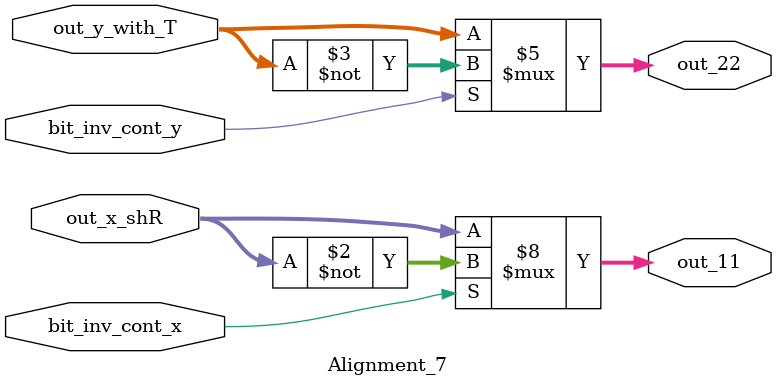
<source format=v>
module Alignment_7 (bit_inv_cont_x , bit_inv_cont_y , out_x_shR , out_y_with_T , out_11 , out_22);
input bit_inv_cont_x , bit_inv_cont_y;
input [26:0] out_x_shR;
input [26:0] out_y_with_T;
output reg [26:0]out_11;
output reg [26:0]out_22;
always@(*)
begin
    if(bit_inv_cont_x)
			begin
				out_11= ~out_x_shR;
			end
		else	
			begin
				out_11= out_x_shR;
			end
    if(bit_inv_cont_y)
			begin
				out_22 = ~out_y_with_T;
			end
		else	
			begin
				out_22 = out_y_with_T;
			end        
end
endmodule
</source>
